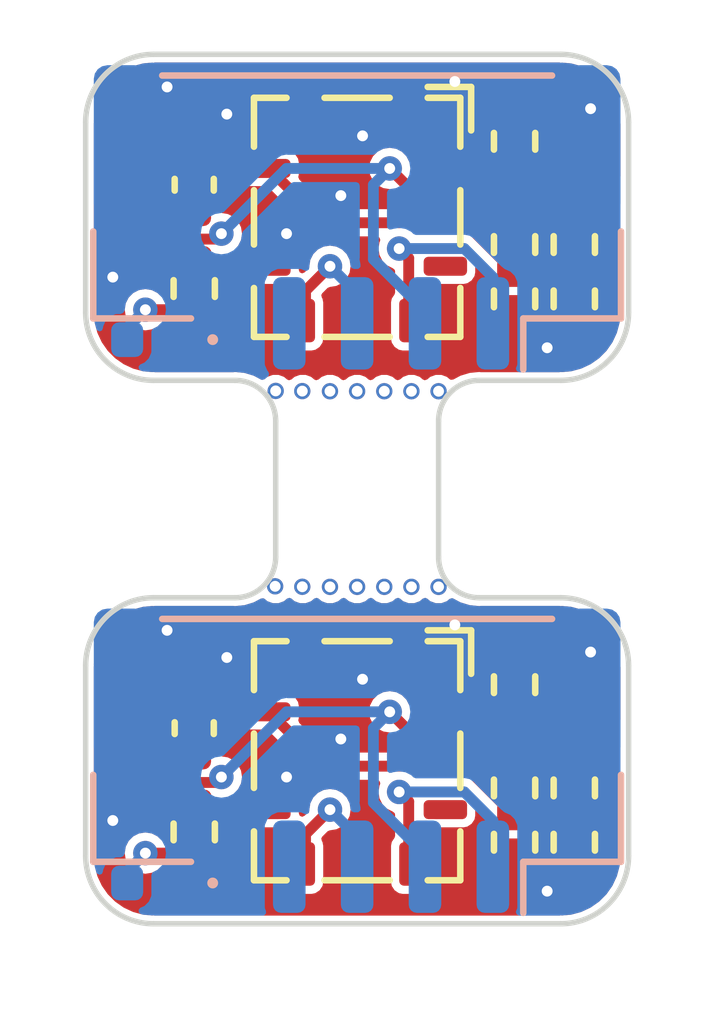
<source format=kicad_pcb>
(kicad_pcb (version 20211014) (generator pcbnew)
  (layers (0 "F.Cu" signal) (31 "B.Cu" signal) (34 "B.Paste" user) (35 "F.Paste" user) (36 "B.SilkS" user "B.Silkscreen") (37 "F.SilkS" user "F.Silkscreen") (38 "B.Mask" user) (39 "F.Mask" user) (44 "Edge.Cuts" user))
  (net 0 "")
  (net 1 "+5V")
  (net 2 "GND")
  (net 3 "Net-(D101-Pad2)")
  (net 4 "Net-(J101-Pad1)")
  (net 5 "Net-(J101-Pad3)")
  (net 7 "Net-(R101-Pad2)")
  (net 8 "/SEL_2X")
  (net 9 "/SEL_4X")
  (footprint "Resistor_SMD:R_0402_1005Metric" (layer "F.Cu") (at 154 99.5 -90)
    (fp_text reference "R102" hide)
    (fp_text value "DNP")
    (fp_line (start -0.153641 -0.38) (end 0.153641 -0.38) (layer "F.SilkS") (width 0.12))
    (fp_line (start -0.153641 0.38) (end 0.153641 0.38) (layer "F.SilkS") (width 0.12))
    (pad "1" smd roundrect locked (at -0.51 0 270) (size 0.54 0.64) (layers "F.Cu" "F.Paste" "F.Mask") (net 1 "+5V"))
    (pad "2" smd roundrect locked (at 0.51 0 270) (size 0.54 0.64) (layers "F.Cu" "F.Paste" "F.Mask") (net 8 "/SEL_2X"))
  )
  (footprint "Resistor_SMD:R_0402_1005Metric" (layer "F.Cu") (at 152.9 100.5 -90)
    (fp_text reference "R105" hide)
    (fp_text value "DNP")
    (fp_line (start -0.153641 0.38) (end 0.153641 0.38) (layer "F.SilkS") (width 0.12))
    (fp_line (start -0.153641 -0.38) (end 0.153641 -0.38) (layer "F.SilkS") (width 0.12))
    (pad "1" smd roundrect locked (at -0.51 0 270) (size 0.54 0.64) (layers "F.Cu" "F.Paste" "F.Mask") (net 9 "/SEL_4X"))
    (pad "2" smd roundrect locked (at 0.51 0 270) (size 0.54 0.64) (layers "F.Cu" "F.Paste" "F.Mask") (net 2 "GND"))
  )
  (footprint "Resistor_SMD:R_0402_1005Metric" (layer "F.Cu") (at 147 100.31 -90)
    (fp_text reference "R106" hide)
    (fp_text value "1k")
    (fp_line (start -0.153641 -0.38) (end 0.153641 -0.38) (layer "F.SilkS") (width 0.12))
    (fp_line (start -0.153641 0.38) (end 0.153641 0.38) (layer "F.SilkS") (width 0.12))
    (pad "1" smd roundrect locked (at -0.51 0 270) (size 0.54 0.64) (layers "F.Cu" "F.Paste" "F.Mask") (net 1 "+5V"))
    (pad "2" smd roundrect locked (at 0.51 0 270) (size 0.54 0.64) (layers "F.Cu" "F.Paste" "F.Mask") (net 3 "Net-(D101-Pad2)"))
  )
  (footprint "Resistor_SMD:R_0402_1005Metric" (layer "F.Cu") (at 154 109.5 -90)
    (fp_text reference "R102" hide)
    (fp_text value "DNP")
    (fp_line (start -0.153641 -0.38) (end 0.153641 -0.38) (layer "F.SilkS") (width 0.12))
    (fp_line (start -0.153641 0.38) (end 0.153641 0.38) (layer "F.SilkS") (width 0.12))
    (pad "1" smd roundrect locked (at -0.51 0 270) (size 0.54 0.64) (layers "F.Cu" "F.Paste" "F.Mask") (net 1 "+5V"))
    (pad "2" smd roundrect locked (at 0.51 0 270) (size 0.54 0.64) (layers "F.Cu" "F.Paste" "F.Mask") (net 8 "/SEL_2X"))
  )
  (footprint "AEDR-8600:AEDR-8600" (layer "F.Cu") (at 150 109)
    (fp_text reference "U101" hide)
    (fp_text value "AEDR-8600-100")
    (fp_line (start -1.9 0.5) (end -1.9 -0.5) (layer "F.SilkS") (width 0.12))
    (fp_line (start -0.6 -2.2) (end 0.6 -2.2) (layer "F.SilkS") (width 0.12))
    (fp_line (start 1.3 -2.4) (end 2.1 -2.4) (layer "F.SilkS") (width 0.12))
    (fp_line (start 1.9 2.2) (end 1.3 2.2) (layer "F.SilkS") (width 0.12))
    (fp_line (start 1.9 1.3) (end 1.9 2.2) (layer "F.SilkS") (width 0.12))
    (fp_line (start 1.9 -0.5) (end 1.9 0.5) (layer "F.SilkS") (width 0.12))
    (fp_line (start -1.3 2.2) (end -1.9 2.2) (layer "F.SilkS") (width 0.12))
    (fp_line (start -1.9 -1.3) (end -1.9 -2.2) (layer "F.SilkS") (width 0.12))
    (fp_line (start 2.1 -2.4) (end 2.1 -1.6) (layer "F.SilkS") (width 0.12))
    (fp_line (start 0.6 2.2) (end -0.6 2.2) (layer "F.SilkS") (width 0.12))
    (fp_line (start 1.9 -2.2) (end 1.9 -1.3) (layer "F.SilkS") (width 0.12))
    (fp_line (start -1.9 -2.2) (end -1.3 -2.2) (layer "F.SilkS") (width 0.12))
    (fp_line (start -1.9 2.2) (end -1.9 1.3) (layer "F.SilkS") (width 0.12))
    (fp_line (start 1.3 -2.2) (end 1.9 -2.2) (layer "F.SilkS") (width 0.12))
    (pad "1" smd roundrect (at 0.95 -1.9) (size 0.35 0.8) (layers "F.Cu" "F.Paste" "F.Mask") (net 7 "Net-(R101-Pad2)"))
    (pad "2" smd roundrect (at 1.625 -0.9) (size 0.8 0.35) (layers "F.Cu" "F.Paste" "F.Mask") (net 8 "/SEL_2X"))
    (pad "3" smd roundrect (at 1.625 0.9) (size 0.8 0.35) (layers "F.Cu" "F.Paste" "F.Mask"))
    (pad "4" smd roundrect (at 0.95 1.9) (size 0.35 0.8) (layers "F.Cu" "F.Paste" "F.Mask") (net 4 "Net-(J101-Pad1)"))
    (pad "5" smd roundrect (at -0.95 1.9) (size 0.35 0.8) (layers "F.Cu" "F.Paste" "F.Mask") (net 5 "Net-(J101-Pad3)"))
    (pad "6" smd roundrect (at -1.625 0.9) (size 0.8 0.35) (layers "F.Cu" "F.Paste" "F.Mask") (net 1 "+5V"))
    (pad "7" smd roundrect (at -1.625 -0.9) (size 0.8 0.35) (layers "F.Cu" "F.Paste" "F.Mask") (net 9 "/SEL_4X"))
    (pad "8" smd roundrect (at -0.95 -1.9) (size 0.35 0.8) (layers "F.Cu" "F.Paste" "F.Mask") (net 2 "GND"))
  )
  (footprint "Resistor_SMD:R_0402_1005Metric" (layer "F.Cu") (at 154 100.5 -90)
    (fp_text reference "R103" hide)
    (fp_text value "0")
    (fp_line (start -0.153641 0.38) (end 0.153641 0.38) (layer "F.SilkS") (width 0.12))
    (fp_line (start -0.153641 -0.38) (end 0.153641 -0.38) (layer "F.SilkS") (width 0.12))
    (pad "1" smd roundrect locked (at -0.51 0 270) (size 0.54 0.64) (layers "F.Cu" "F.Paste" "F.Mask") (net 8 "/SEL_2X"))
    (pad "2" smd roundrect locked (at 0.51 0 270) (size 0.54 0.64) (layers "F.Cu" "F.Paste" "F.Mask") (net 2 "GND"))
  )
  (footprint "Capacitor_SMD:C_0402_1005Metric" (layer "F.Cu") (at 147 108.4 90)
    (fp_text reference "C101" hide)
    (fp_text value "1u")
    (fp_line (start -0.107836 -0.36) (end 0.107836 -0.36) (layer "F.SilkS") (width 0.12))
    (fp_line (start -0.107836 0.36) (end 0.107836 0.36) (layer "F.SilkS") (width 0.12))
    (pad "1" smd roundrect locked (at -0.48 0 90) (size 0.56 0.62) (layers "F.Cu" "F.Paste" "F.Mask") (net 1 "+5V"))
    (pad "2" smd roundrect locked (at 0.48 0 90) (size 0.56 0.62) (layers "F.Cu" "F.Paste" "F.Mask") (net 2 "GND"))
  )
  (footprint "Resistor_SMD:R_0402_1005Metric" (layer "F.Cu") (at 152.9 99.5 -90)
    (fp_text reference "R104" hide)
    (fp_text value "0")
    (fp_line (start -0.153641 0.38) (end 0.153641 0.38) (layer "F.SilkS") (width 0.12))
    (fp_line (start -0.153641 -0.38) (end 0.153641 -0.38) (layer "F.SilkS") (width 0.12))
    (pad "1" smd roundrect locked (at -0.51 0 270) (size 0.54 0.64) (layers "F.Cu" "F.Paste" "F.Mask") (net 1 "+5V"))
    (pad "2" smd roundrect locked (at 0.51 0 270) (size 0.54 0.64) (layers "F.Cu" "F.Paste" "F.Mask") (net 9 "/SEL_4X"))
  )
  (footprint "Resistor_SMD:R_0402_1005Metric" (layer "F.Cu") (at 152.9 107.6 90)
    (fp_text reference "R101" hide)
    (fp_text value "180")
    (fp_line (start -0.153641 0.38) (end 0.153641 0.38) (layer "F.SilkS") (width 0.12))
    (fp_line (start -0.153641 -0.38) (end 0.153641 -0.38) (layer "F.SilkS") (width 0.12))
    (pad "1" smd roundrect locked (at -0.51 0 90) (size 0.54 0.64) (layers "F.Cu" "F.Paste" "F.Mask") (net 1 "+5V"))
    (pad "2" smd roundrect locked (at 0.51 0 90) (size 0.54 0.64) (layers "F.Cu" "F.Paste" "F.Mask") (net 7 "Net-(R101-Pad2)"))
  )
  (footprint "AEDR-8600:AEDR-8600" (layer "F.Cu") (at 150 99)
    (fp_text reference "U101" hide)
    (fp_text value "AEDR-8600-100")
    (fp_line (start -1.9 0.5) (end -1.9 -0.5) (layer "F.SilkS") (width 0.12))
    (fp_line (start -0.6 -2.2) (end 0.6 -2.2) (layer "F.SilkS") (width 0.12))
    (fp_line (start 1.3 -2.4) (end 2.1 -2.4) (layer "F.SilkS") (width 0.12))
    (fp_line (start 1.9 2.2) (end 1.3 2.2) (layer "F.SilkS") (width 0.12))
    (fp_line (start 1.9 1.3) (end 1.9 2.2) (layer "F.SilkS") (width 0.12))
    (fp_line (start 1.9 -0.5) (end 1.9 0.5) (layer "F.SilkS") (width 0.12))
    (fp_line (start -1.3 2.2) (end -1.9 2.2) (layer "F.SilkS") (width 0.12))
    (fp_line (start -1.9 -1.3) (end -1.9 -2.2) (layer "F.SilkS") (width 0.12))
    (fp_line (start 2.1 -2.4) (end 2.1 -1.6) (layer "F.SilkS") (width 0.12))
    (fp_line (start 0.6 2.2) (end -0.6 2.2) (layer "F.SilkS") (width 0.12))
    (fp_line (start 1.9 -2.2) (end 1.9 -1.3) (layer "F.SilkS") (width 0.12))
    (fp_line (start -1.9 -2.2) (end -1.3 -2.2) (layer "F.SilkS") (width 0.12))
    (fp_line (start -1.9 2.2) (end -1.9 1.3) (layer "F.SilkS") (width 0.12))
    (fp_line (start 1.3 -2.2) (end 1.9 -2.2) (layer "F.SilkS") (width 0.12))
    (pad "1" smd roundrect (at 0.95 -1.9) (size 0.35 0.8) (layers "F.Cu" "F.Paste" "F.Mask") (net 7 "Net-(R101-Pad2)"))
    (pad "2" smd roundrect (at 1.625 -0.9) (size 0.8 0.35) (layers "F.Cu" "F.Paste" "F.Mask") (net 8 "/SEL_2X"))
    (pad "3" smd roundrect (at 1.625 0.9) (size 0.8 0.35) (layers "F.Cu" "F.Paste" "F.Mask"))
    (pad "4" smd roundrect (at 0.95 1.9) (size 0.35 0.8) (layers "F.Cu" "F.Paste" "F.Mask") (net 4 "Net-(J101-Pad1)"))
    (pad "5" smd roundrect (at -0.95 1.9) (size 0.35 0.8) (layers "F.Cu" "F.Paste" "F.Mask") (net 5 "Net-(J101-Pad3)"))
    (pad "6" smd roundrect (at -1.625 0.9) (size 0.8 0.35) (layers "F.Cu" "F.Paste" "F.Mask") (net 1 "+5V"))
    (pad "7" smd roundrect (at -1.625 -0.9) (size 0.8 0.35) (layers "F.Cu" "F.Paste" "F.Mask") (net 9 "/SEL_4X"))
    (pad "8" smd roundrect (at -0.95 -1.9) (size 0.35 0.8) (layers "F.Cu" "F.Paste" "F.Mask") (net 2 "GND"))
  )
  (footprint "Capacitor_SMD:C_0402_1005Metric" (layer "F.Cu") (at 147 98.4 90)
    (fp_text reference "C101" hide)
    (fp_text value "1u")
    (fp_line (start -0.107836 -0.36) (end 0.107836 -0.36) (layer "F.SilkS") (width 0.12))
    (fp_line (start -0.107836 0.36) (end 0.107836 0.36) (layer "F.SilkS") (width 0.12))
    (pad "1" smd roundrect locked (at -0.48 0 90) (size 0.56 0.62) (layers "F.Cu" "F.Paste" "F.Mask") (net 1 "+5V"))
    (pad "2" smd roundrect locked (at 0.48 0 90) (size 0.56 0.62) (layers "F.Cu" "F.Paste" "F.Mask") (net 2 "GND"))
  )
  (footprint "Resistor_SMD:R_0402_1005Metric" (layer "F.Cu") (at 154 110.5 -90)
    (fp_text reference "R103" hide)
    (fp_text value "0")
    (fp_line (start -0.153641 0.38) (end 0.153641 0.38) (layer "F.SilkS") (width 0.12))
    (fp_line (start -0.153641 -0.38) (end 0.153641 -0.38) (layer "F.SilkS") (width 0.12))
    (pad "1" smd roundrect locked (at -0.51 0 270) (size 0.54 0.64) (layers "F.Cu" "F.Paste" "F.Mask") (net 8 "/SEL_2X"))
    (pad "2" smd roundrect locked (at 0.51 0 270) (size 0.54 0.64) (layers "F.Cu" "F.Paste" "F.Mask") (net 2 "GND"))
  )
  (footprint "Resistor_SMD:R_0402_1005Metric" (layer "F.Cu") (at 152.9 97.6 90)
    (fp_text reference "R101" hide)
    (fp_text value "180")
    (fp_line (start -0.153641 0.38) (end 0.153641 0.38) (layer "F.SilkS") (width 0.12))
    (fp_line (start -0.153641 -0.38) (end 0.153641 -0.38) (layer "F.SilkS") (width 0.12))
    (pad "1" smd roundrect locked (at -0.51 0 90) (size 0.54 0.64) (layers "F.Cu" "F.Paste" "F.Mask") (net 1 "+5V"))
    (pad "2" smd roundrect locked (at 0.51 0 90) (size 0.54 0.64) (layers "F.Cu" "F.Paste" "F.Mask") (net 7 "Net-(R101-Pad2)"))
  )
  (footprint "Resistor_SMD:R_0402_1005Metric" (layer "F.Cu") (at 152.9 109.5 -90)
    (fp_text reference "R104" hide)
    (fp_text value "0")
    (fp_line (start -0.153641 0.38) (end 0.153641 0.38) (layer "F.SilkS") (width 0.12))
    (fp_line (start -0.153641 -0.38) (end 0.153641 -0.38) (layer "F.SilkS") (width 0.12))
    (pad "1" smd roundrect locked (at -0.51 0 270) (size 0.54 0.64) (layers "F.Cu" "F.Paste" "F.Mask") (net 1 "+5V"))
    (pad "2" smd roundrect locked (at 0.51 0 270) (size 0.54 0.64) (layers "F.Cu" "F.Paste" "F.Mask") (net 9 "/SEL_4X"))
  )
  (footprint "Resistor_SMD:R_0402_1005Metric" (layer "F.Cu") (at 147 110.31 -90)
    (fp_text reference "R106" hide)
    (fp_text value "1k")
    (fp_line (start -0.153641 -0.38) (end 0.153641 -0.38) (layer "F.SilkS") (width 0.12))
    (fp_line (start -0.153641 0.38) (end 0.153641 0.38) (layer "F.SilkS") (width 0.12))
    (pad "1" smd roundrect locked (at -0.51 0 270) (size 0.54 0.64) (layers "F.Cu" "F.Paste" "F.Mask") (net 1 "+5V"))
    (pad "2" smd roundrect locked (at 0.51 0 270) (size 0.54 0.64) (layers "F.Cu" "F.Paste" "F.Mask") (net 3 "Net-(D101-Pad2)"))
  )
  (footprint "Resistor_SMD:R_0402_1005Metric" (layer "F.Cu") (at 152.9 110.5 -90)
    (fp_text reference "R105" hide)
    (fp_text value "DNP")
    (fp_line (start -0.153641 0.38) (end 0.153641 0.38) (layer "F.SilkS") (width 0.12))
    (fp_line (start -0.153641 -0.38) (end 0.153641 -0.38) (layer "F.SilkS") (width 0.12))
    (pad "1" smd roundrect locked (at -0.51 0 270) (size 0.54 0.64) (layers "F.Cu" "F.Paste" "F.Mask") (net 9 "/SEL_4X"))
    (pad "2" smd roundrect locked (at 0.51 0 270) (size 0.54 0.64) (layers "F.Cu" "F.Paste" "F.Mask") (net 2 "GND"))
  )
  (footprint "LED_SMD:LED_0402_1005Metric" (layer "B.Cu") (at 146.25 111.25 180)
    (fp_text reference "D101" hide)
    (fp_text value "blue")
    (fp_circle (center -1.09 0) (end -1.04 0) (layer "B.SilkS") (width 0.1) (fill none))
    (pad "1" smd roundrect locked (at -0.485 0 180) (size 0.59 0.64) (layers "B.Cu" "B.Paste" "B.Mask") (net 2 "GND"))
    (pad "2" smd roundrect locked (at 0.485 0 180) (size 0.59 0.64) (layers "B.Cu" "B.Paste" "B.Mask") (net 3 "Net-(D101-Pad2)"))
  )
  (footprint "Connector_JST:JST_GH_BM05B-GHS-TBT_1x05-1MP_P1.25mm_Vertical" (layer "B.Cu") (at 150 109 180)
    (fp_text reference "J101" hide)
    (fp_text value "BM05B-GHS")
    (fp_line (start -4.86 -0.26) (end -4.86 -1.86) (layer "B.SilkS") (width 0.12))
    (fp_line (start -3.59 2.61) (end 3.59 2.61) (layer "B.SilkS") (width 0.12))
    (fp_line (start 4.86 -0.26) (end 4.86 -1.86) (layer "B.SilkS") (width 0.12))
    (fp_line (start -4.86 -1.86) (end -3.06 -1.86) (layer "B.SilkS") (width 0.12))
    (fp_line (start -3.06 -1.86) (end -3.06 -2.8) (layer "B.SilkS") (width 0.12))
    (fp_line (start 4.86 -1.86) (end 3.06 -1.86) (layer "B.SilkS") (width 0.12))
    (pad "1" smd roundrect locked (at -2.5 -1.95 180) (size 0.6 1.7) (layers "B.Cu" "B.Paste" "B.Mask") (net 4 "Net-(J101-Pad1)"))
    (pad "2" smd roundrect locked (at -1.25 -1.95 180) (size 0.6 1.7) (layers "B.Cu" "B.Paste" "B.Mask") (net 1 "+5V"))
    (pad "3" smd roundrect locked (at 0 -1.95 180) (size 0.6 1.7) (layers "B.Cu" "B.Paste" "B.Mask") (net 5 "Net-(J101-Pad3)"))
    (pad "4" smd roundrect locked (at 1.25 -1.95 180) (size 0.6 1.7) (layers "B.Cu" "B.Paste" "B.Mask"))
    (pad "5" smd roundrect locked (at 2.5 -1.95 180) (size 0.6 1.7) (layers "B.Cu" "B.Paste" "B.Mask") (net 2 "GND"))
    (pad "MP" smd roundrect locked (at 4.35 1.4 180) (size 1 2.8) (layers "B.Cu" "B.Paste" "B.Mask") (net 2 "GND"))
    (pad "MP" smd roundrect locked (at -4.35 1.4 180) (size 1 2.8) (layers "B.Cu" "B.Paste" "B.Mask") (net 2 "GND"))
  )
  (footprint "Connector_JST:JST_GH_BM05B-GHS-TBT_1x05-1MP_P1.25mm_Vertical" (layer "B.Cu") (at 150 99 180)
    (fp_text reference "J101" hide)
    (fp_text value "BM05B-GHS")
    (fp_line (start -4.86 -0.26) (end -4.86 -1.86) (layer "B.SilkS") (width 0.12))
    (fp_line (start -3.59 2.61) (end 3.59 2.61) (layer "B.SilkS") (width 0.12))
    (fp_line (start 4.86 -0.26) (end 4.86 -1.86) (layer "B.SilkS") (width 0.12))
    (fp_line (start -4.86 -1.86) (end -3.06 -1.86) (layer "B.SilkS") (width 0.12))
    (fp_line (start -3.06 -1.86) (end -3.06 -2.8) (layer "B.SilkS") (width 0.12))
    (fp_line (start 4.86 -1.86) (end 3.06 -1.86) (layer "B.SilkS") (width 0.12))
    (pad "1" smd roundrect locked (at -2.5 -1.95 180) (size 0.6 1.7) (layers "B.Cu" "B.Paste" "B.Mask") (net 4 "Net-(J101-Pad1)"))
    (pad "2" smd roundrect locked (at -1.25 -1.95 180) (size 0.6 1.7) (layers "B.Cu" "B.Paste" "B.Mask") (net 1 "+5V"))
    (pad "3" smd roundrect locked (at 0 -1.95 180) (size 0.6 1.7) (layers "B.Cu" "B.Paste" "B.Mask") (net 5 "Net-(J101-Pad3)"))
    (pad "4" smd roundrect locked (at 1.25 -1.95 180) (size 0.6 1.7) (layers "B.Cu" "B.Paste" "B.Mask"))
    (pad "5" smd roundrect locked (at 2.5 -1.95 180) (size 0.6 1.7) (layers "B.Cu" "B.Paste" "B.Mask") (net 2 "GND"))
    (pad "MP" smd roundrect locked (at 4.35 1.4 180) (size 1 2.8) (layers "B.Cu" "B.Paste" "B.Mask") (net 2 "GND"))
    (pad "MP" smd roundrect locked (at -4.35 1.4 180) (size 1 2.8) (layers "B.Cu" "B.Paste" "B.Mask") (net 2 "GND"))
  )
  (footprint "LED_SMD:LED_0402_1005Metric" (layer "B.Cu") (at 146.25 101.25 180)
    (fp_text reference "D101" hide)
    (fp_text value "blue")
    (fp_circle (center -1.09 0) (end -1.04 0) (layer "B.SilkS") (width 0.1) (fill none))
    (pad "1" smd roundrect locked (at -0.485 0 180) (size 0.59 0.64) (layers "B.Cu" "B.Paste" "B.Mask") (net 2 "GND"))
    (pad "2" smd roundrect locked (at 0.485 0 180) (size 0.59 0.64) (layers "B.Cu" "B.Paste" "B.Mask") (net 3 "Net-(D101-Pad2)"))
  )
  (gr_arc (start 146.25 112) (mid 145.366117 111.633883) (end 145 110.75) (layer "Edge.Cuts") (width 0.1))
  (gr_arc (start 148.5 105.25) (mid 148.28033 105.78033) (end 147.75 106) (layer "Edge.Cuts") (width 0.1))
  (gr_line (start 152.25 102) (end 153.75 102) (layer "Edge.Cuts") (width 0.1))
  (gr_arc (start 151.5 102.75) (mid 151.71967 102.21967) (end 152.25 102) (layer "Edge.Cuts") (width 0.1))
  (gr_line (start 153.75 112) (end 146.25 112) (layer "Edge.Cuts") (width 0.1))
  (gr_line (start 147.75 102) (end 146.25 102) (layer "Edge.Cuts") (width 0.1))
  (gr_line (start 153.75 106) (end 152.25 106) (layer "Edge.Cuts") (width 0.1))
  (gr_arc (start 145 107.25) (mid 145.366117 106.366117) (end 146.25 106) (layer "Edge.Cuts") (width 0.1))
  (gr_line (start 145 100.75) (end 145 97.25) (layer "Edge.Cuts") (width 0.1))
  (gr_line (start 146.25 106) (end 147.75 106) (layer "Edge.Cuts") (width 0.1))
  (gr_arc (start 153.75 96) (mid 154.633883 96.366117) (end 155 97.25) (layer "Edge.Cuts") (width 0.1))
  (gr_line (start 145 110.75) (end 145 107.25) (layer "Edge.Cuts") (width 0.1))
  (gr_arc (start 153.75 106) (mid 154.633883 106.366117) (end 155 107.25) (layer "Edge.Cuts") (width 0.1))
  (gr_line (start 148.5 105.25) (end 148.5 102.75) (layer "Edge.Cuts") (width 0.1))
  (gr_arc (start 155 100.75) (mid 154.633883 101.633883) (end 153.75 102) (layer "Edge.Cuts") (width 0.1))
  (gr_arc (start 155 110.75) (mid 154.633883 111.633883) (end 153.75 112) (layer "Edge.Cuts") (width 0.1))
  (gr_arc (start 147.75 102) (mid 148.28033 102.21967) (end 148.5 102.75) (layer "Edge.Cuts") (width 0.1))
  (gr_line (start 151.5 105.25) (end 151.5 102.75) (layer "Edge.Cuts") (width 0.1))
  (gr_arc (start 146.25 102) (mid 145.366117 101.633883) (end 145 100.75) (layer "Edge.Cuts") (width 0.1))
  (gr_arc (start 145 97.25) (mid 145.366117 96.366117) (end 146.25 96) (layer "Edge.Cuts") (width 0.1))
  (gr_arc (start 152.25 106) (mid 151.71967 105.78033) (end 151.5 105.25) (layer "Edge.Cuts") (width 0.1))
  (gr_line (start 146.25 96) (end 153.75 96) (layer "Edge.Cuts") (width 0.1))
  (gr_line (start 155 107.25) (end 155 110.75) (layer "Edge.Cuts") (width 0.1))
  (gr_line (start 155 97.25) (end 155 100.75) (layer "Edge.Cuts") (width 0.1))
  (via (at 151 105.8) (size 0.3) (drill 0.2) (layers "F.Cu" "B.Cu") (net 0))
  (via (at 150 102.2) (size 0.3) (drill 0.2) (layers "F.Cu" "B.Cu") (net 0))
  (via (at 149.5 105.8) (size 0.3) (drill 0.2) (layers "F.Cu" "B.Cu") (net 0))
  (via (at 151 102.2) (size 0.3) (drill 0.2) (layers "F.Cu" "B.Cu") (net 0))
  (via (at 149.5 102.2) (size 0.3) (drill 0.2) (layers "F.Cu" "B.Cu") (net 0))
  (via (at 150.5 105.8) (size 0.3) (drill 0.2) (layers "F.Cu" "B.Cu") (net 0))
  (via (at 151.5 102.2) (size 0.3) (drill 0.2) (layers "F.Cu" "B.Cu") (net 0))
  (via (at 148.49 105.79) (size 0.3) (drill 0.2) (layers "F.Cu" "B.Cu") (net 0))
  (via (at 151.5 105.8) (size 0.3) (drill 0.2) (layers "F.Cu" "B.Cu") (net 0))
  (via (at 148.5 102.193998) (size 0.3) (drill 0.2) (layers "F.Cu" "B.Cu") (net 0))
  (via (at 150 105.8) (size 0.3) (drill 0.2) (layers "F.Cu" "B.Cu") (net 0))
  (via (at 148.99 102.197542) (size 0.3) (drill 0.2) (layers "F.Cu" "B.Cu") (net 0))
  (via (at 150.5 102.2) (size 0.3) (drill 0.2) (layers "F.Cu" "B.Cu") (net 0))
  (via (at 148.99 105.798476) (size 0.3) (drill 0.2) (layers "F.Cu" "B.Cu") (net 0))
  (segment (start 151.156616 108.568236) (end 151.28838 108.7) (width 0.2) (layer "F.Cu") (net 1))
  (segment (start 151.28838 98.7) (end 152.61 98.7) (width 0.2) (layer "F.Cu") (net 1))
  (segment (start 147 108.88) (end 147 109.4) (width 0.2) (layer "F.Cu") (net 1))
  (segment (start 151.068235 98.568235) (end 151.156616 98.568236) (width 0.2) (layer "F.Cu") (net 1))
  (segment (start 148.375 99.9) (end 147.1 99.9) (width 0.2) (layer "F.Cu") (net 1))
  (segment (start 147.4 99.4) (end 147.5 99.3) (width 0.2) (layer "F.Cu") (net 1))
  (segment (start 147.1 109.9) (end 147 109.8) (width 0.2) (layer "F.Cu") (net 1))
  (segment (start 152.61 98.7) (end 152.9 98.99) (width 0.2) (layer "F.Cu") (net 1))
  (segment (start 150.6 108.1) (end 151.068235 108.568235) (width 0.2) (layer "F.Cu") (net 1))
  (segment (start 150.6 98.1) (end 151.068235 98.568235) (width 0.2) (layer "F.Cu") (net 1))
  (segment (start 147 98.88) (end 147 99.4) (width 0.2) (layer "F.Cu") (net 1))
  (segment (start 148.375 109.9) (end 147.1 109.9) (width 0.2) (layer "F.Cu") (net 1))
  (segment (start 147 99.4) (end 147 99.8) (width 0.2) (layer "F.Cu") (net 1))
  (segment (start 152.61 108.7) (end 152.9 108.99) (width 0.2) (layer "F.Cu") (net 1))
  (segment (start 147 109.4) (end 147 109.8) (width 0.2) (layer "F.Cu") (net 1))
  (segment (start 151.156616 98.568236) (end 151.28838 98.7) (width 0.2) (layer "F.Cu") (net 1))
  (segment (start 154 108.99) (end 152.9 108.99) (width 0.2) (layer "F.Cu") (net 1))
  (segment (start 154 98.99) (end 152.9 98.99) (width 0.2) (layer "F.Cu") (net 1))
  (segment (start 152.9 108.11) (end 152.9 108.99) (width 0.2) (layer "F.Cu") (net 1))
  (segment (start 147 109.4) (end 147.4 109.4) (width 0.2) (layer "F.Cu") (net 1))
  (segment (start 147.1 99.9) (end 147 99.8) (width 0.2) (layer "F.Cu") (net 1))
  (segment (start 151.068235 108.568235) (end 151.156616 108.568236) (width 0.2) (layer "F.Cu") (net 1))
  (segment (start 151.28838 108.7) (end 152.61 108.7) (width 0.2) (layer "F.Cu") (net 1))
  (segment (start 147 99.4) (end 147.4 99.4) (width 0.2) (layer "F.Cu") (net 1))
  (segment (start 147.4 109.4) (end 147.5 109.3) (width 0.2) (layer "F.Cu") (net 1))
  (segment (start 152.9 98.11) (end 152.9 98.99) (width 0.2) (layer "F.Cu") (net 1))
  (via (at 150.6 108.1) (size 0.45) (drill 0.2) (layers "F.Cu" "B.Cu") (net 1))
  (via (at 147.5 109.3) (size 0.45) (drill 0.2) (layers "F.Cu" "B.Cu") (net 1))
  (via (at 147.5 99.3) (size 0.45) (drill 0.2) (layers "F.Cu" "B.Cu") (net 1))
  (via (at 150.6 98.1) (size 0.45) (drill 0.2) (layers "F.Cu" "B.Cu") (net 1))
  (segment (start 151.25 110.721672) (end 151.25 110.95) (width 0.2) (layer "B.Cu") (net 1))
  (segment (start 148.7 98.1) (end 150.6 98.1) (width 0.2) (layer "B.Cu") (net 1))
  (segment (start 150.299374 109.771046) (end 151.25 110.721672) (width 0.2) (layer "B.Cu") (net 1))
  (segment (start 150.299374 98.400626) (end 150.299374 99.771046) (width 0.2) (layer "B.Cu") (net 1))
  (segment (start 150.6 108.1) (end 150.299374 108.400626) (width 0.2) (layer "B.Cu") (net 1))
  (segment (start 150.299374 99.771046) (end 151.25 100.721672) (width 0.2) (layer "B.Cu") (net 1))
  (segment (start 151.25 100.721672) (end 151.25 100.95) (width 0.2) (layer "B.Cu") (net 1))
  (segment (start 150.299374 108.400626) (end 150.299374 109.771046) (width 0.2) (layer "B.Cu") (net 1))
  (segment (start 148.7 108.1) (end 150.6 108.1) (width 0.2) (layer "B.Cu") (net 1))
  (segment (start 147.5 99.3) (end 148.7 98.1) (width 0.2) (layer "B.Cu") (net 1))
  (segment (start 147.5 109.3) (end 148.7 108.1) (width 0.2) (layer "B.Cu") (net 1))
  (segment (start 150.6 98.1) (end 150.299374 98.400626) (width 0.2) (layer "B.Cu") (net 1))
  (segment (start 149.05 107.1) (end 147.6 107.1) (width 0.2) (layer "F.Cu") (net 2))
  (segment (start 147 97.92) (end 147 97.7) (width 0.2) (layer "F.Cu") (net 2))
  (segment (start 147 107.7) (end 147.6 107.1) (width 0.2) (layer "F.Cu") (net 2))
  (segment (start 153.49 111.01) (end 153.49 111.39) (width 0.2) (layer "F.Cu") (net 2))
  (segment (start 153.49 101.01) (end 153.49 101.39) (width 0.2) (layer "F.Cu") (net 2))
  (segment (start 147 107.92) (end 147 107.7) (width 0.2) (layer "F.Cu") (net 2))
  (segment (start 153.49 111.01) (end 152.9 111.01) (width 0.2) (layer "F.Cu") (net 2))
  (segment (start 147 97.7) (end 147.6 97.1) (width 0.2) (layer "F.Cu") (net 2))
  (segment (start 153.49 101.01) (end 152.9 101.01) (width 0.2) (layer "F.Cu") (net 2))
  (segment (start 149.05 97.1) (end 147.6 97.1) (width 0.2) (layer "F.Cu") (net 2))
  (segment (start 154 101.01) (end 153.49 101.01) (width 0.2) (layer "F.Cu") (net 2))
  (segment (start 153.49 111.39) (end 153.5 111.4) (width 0.2) (layer "F.Cu") (net 2))
  (segment (start 154 111.01) (end 153.49 111.01) (width 0.2) (layer "F.Cu") (net 2))
  (segment (start 153.49 101.39) (end 153.5 101.4) (width 0.2) (layer "F.Cu") (net 2))
  (via (at 146.5 106.6) (size 0.45) (drill 0.2) (layers "F.Cu" "B.Cu") (net 2))
  (via (at 147.6 97.1) (size 0.45) (drill 0.2) (layers "F.Cu" "B.Cu") (net 2))
  (via (at 147.6 107.1) (size 0.45) (drill 0.2) (layers "F.Cu" "B.Cu") (net 2))
  (via (at 145.5 100.1) (size 0.45) (drill 0.2) (layers "F.Cu" "B.Cu") (net 2))
  (via (at 153.5 111.4) (size 0.45) (drill 0.2) (layers "F.Cu" "B.Cu") (net 2))
  (via (at 154.3 97) (size 0.45) (drill 0.2) (layers "F.Cu" "B.Cu") (net 2))
  (via (at 149.7 98.6) (size 0.45) (drill 0.2) (layers "F.Cu" "B.Cu") (net 2))
  (via (at 151.8 106.5) (size 0.45) (drill 0.2) (layers "F.Cu" "B.Cu") (net 2))
  (via (at 145.5 110.1) (size 0.45) (drill 0.2) (layers "F.Cu" "B.Cu") (net 2))
  (via (at 146.5 96.6) (size 0.45) (drill 0.2) (layers "F.Cu" "B.Cu") (net 2))
  (via (at 148.7 109.3) (size 0.45) (drill 0.2) (layers "F.Cu" "B.Cu") (net 2))
  (via (at 151.8 96.5) (size 0.45) (drill 0.2) (layers "F.Cu" "B.Cu") (net 2))
  (via (at 149.7 108.6) (size 0.45) (drill 0.2) (layers "F.Cu" "B.Cu") (net 2))
  (via (at 148.7 99.3) (size 0.45) (drill 0.2) (layers "F.Cu" "B.Cu") (net 2))
  (via (at 150.1 97.5) (size 0.45) (drill 0.2) (layers "F.Cu" "B.Cu") (net 2))
  (via (at 150.1 107.5) (size 0.45) (drill 0.2) (layers "F.Cu" "B.Cu") (net 2))
  (via (at 154.3 107) (size 0.45) (drill 0.2) (layers "F.Cu" "B.Cu") (net 2))
  (via (at 153.5 101.4) (size 0.45) (drill 0.2) (layers "F.Cu" "B.Cu") (net 2))
  (segment (start 154.35 110.55) (end 154.35 107.6) (width 0.2) (layer "B.Cu") (net 2))
  (segment (start 154.35 100.55) (end 154.35 97.6) (width 0.2) (layer "B.Cu") (net 2))
  (segment (start 146.835 111.25) (end 147.135 110.95) (width 0.2) (layer "B.Cu") (net 2))
  (segment (start 146.15 97.1) (end 145.65 97.6) (width 0.2) (layer "B.Cu") (net 2))
  (segment (start 147.5 100.95) (end 146.2 99.65) (width 0.2) (layer "B.Cu") (net 2))
  (segment (start 146.2 99.65) (end 146.2 99.6) (width 0.2) (layer "B.Cu") (net 2))
  (segment (start 153.5 101.4) (end 154.35 100.55) (width 0.2) (layer "B.Cu") (net 2))
  (segment (start 146.2 109.65) (end 146.2 109.6) (width 0.2) (layer "B.Cu") (net 2))
  (segment (start 147.6 107.1) (end 146.15 107.1) (width 0.2) (layer "B.Cu") (net 2))
  (segment (start 153.5 111.4) (end 154.35 110.55) (width 0.2) (layer "B.Cu") (net 2))
  (segment (start 147.5 100.95) (end 147.135 100.95) (width 0.2) (layer "B.Cu") (net 2))
  (segment (start 147.5 110.95) (end 146.2 109.65) (width 0.2) (layer "B.Cu") (net 2))
  (segment (start 153.65 96.9) (end 147.8 96.9) (width 0.2) (layer "B.Cu") (net 2))
  (segment (start 154.35 107.6) (end 153.65 106.9) (width 0.2) (layer "B.Cu") (net 2))
  (segment (start 146.735 101.25) (end 146.835 101.25) (width 0.2) (layer "B.Cu") (net 2))
  (segment (start 147.8 96.9) (end 147.6 97.1) (width 0.2) (layer "B.Cu") (net 2))
  (segment (start 145.65 99.05) (end 145.65 97.6) (width 0.2) (layer "B.Cu") (net 2))
  (segment (start 146.2 109.6) (end 145.65 109.05) (width 0.2) (layer "B.Cu") (net 2))
  (segment (start 145.65 109.05) (end 145.65 107.6) (width 0.2) (layer "B.Cu") (net 2))
  (segment (start 154.35 97.6) (end 153.65 96.9) (width 0.2) (layer "B.Cu") (net 2))
  (segment (start 146.735 111.25) (end 146.835 111.25) (width 0.2) (layer "B.Cu") (net 2))
  (segment (start 146.835 101.25) (end 147.135 100.95) (width 0.2) (layer "B.Cu") (net 2))
  (segment (start 147.8 106.9) (end 147.6 107.1) (width 0.2) (layer "B.Cu") (net 2))
  (segment (start 146.15 107.1) (end 145.65 107.6) (width 0.2) (layer "B.Cu") (net 2))
  (segment (start 146.2 99.6) (end 145.65 99.05) (width 0.2) (layer "B.Cu") (net 2))
  (segment (start 147.5 110.95) (end 147.135 110.95) (width 0.2) (layer "B.Cu") (net 2))
  (segment (start 147.6 97.1) (end 146.15 97.1) (width 0.2) (layer "B.Cu") (net 2))
  (segment (start 153.65 106.9) (end 147.8 106.9) (width 0.2) (layer "B.Cu") (net 2))
  (segment (start 146.88 100.7) (end 147 100.82) (width 0.2) (layer "F.Cu") (net 3))
  (segment (start 146.88 110.7) (end 147 110.82) (width 0.2) (layer "F.Cu") (net 3))
  (segment (start 146.1 100.7) (end 146.88 100.7) (width 0.2) (layer "F.Cu") (net 3))
  (segment (start 146.1 110.7) (end 146.88 110.7) (width 0.2) (layer "F.Cu") (net 3))
  (via (at 146.1 110.7) (size 0.45) (drill 0.2) (layers "F.Cu" "B.Cu") (net 3))
  (via (at 146.1 100.7) (size 0.45) (drill 0.2) (layers "F.Cu" "B.Cu") (net 3))
  (segment (start 145.615 111.185) (end 146.1 110.7) (width 0.2) (layer "B.Cu") (net 3))
  (segment (start 145.615 101.185) (end 146.1 100.7) (width 0.2) (layer "B.Cu") (net 3))
  (segment (start 150.95 100.9) (end 150.95 99.750625) (width 0.2) (layer "F.Cu") (net 4))
  (segment (start 150.95 109.750625) (end 150.773875 109.5745) (width 0.2) (layer "F.Cu") (net 4))
  (segment (start 150.95 110.9) (end 150.95 109.750625) (width 0.2) (layer "F.Cu") (net 4))
  (segment (start 150.95 99.750625) (end 150.773875 99.5745) (width 0.2) (layer "F.Cu") (net 4))
  (via (at 150.773875 99.5745) (size 0.45) (drill 0.2) (layers "F.Cu" "B.Cu") (net 4))
  (via (at 150.773875 109.5745) (size 0.45) (drill 0.2) (layers "F.Cu" "B.Cu") (net 4))
  (segment (start 151.974499 109.5745) (end 150.773875 109.5745) (width 0.2) (layer "B.Cu") (net 4))
  (segment (start 152.5 110.95) (end 152.5 110.100001) (width 0.2) (layer "B.Cu") (net 4))
  (segment (start 151.974499 99.5745) (end 150.773875 99.5745) (width 0.2) (layer "B.Cu") (net 4))
  (segment (start 152.5 100.100001) (end 151.974499 99.5745) (width 0.2) (layer "B.Cu") (net 4))
  (segment (start 152.5 110.100001) (end 151.974499 109.5745) (width 0.2) (layer "B.Cu") (net 4))
  (segment (start 152.5 100.95) (end 152.5 100.100001) (width 0.2) (layer "B.Cu") (net 4))
  (segment (start 149.05 110.35) (end 149.5 109.9) (width 0.2) (layer "F.Cu") (net 5))
  (segment (start 149.05 100.35) (end 149.5 99.9) (width 0.2) (layer "F.Cu") (net 5))
  (segment (start 149.05 110.9) (end 149.05 110.35) (width 0.2) (layer "F.Cu") (net 5))
  (segment (start 149.05 100.9) (end 149.05 100.35) (width 0.2) (layer "F.Cu") (net 5))
  (via (at 149.5 99.9) (size 0.45) (drill 0.2) (layers "F.Cu" "B.Cu") (net 5))
  (via (at 149.5 109.9) (size 0.45) (drill 0.2) (layers "F.Cu" "B.Cu") (net 5))
  (segment (start 150 100.4) (end 149.5 99.9) (width 0.2) (layer "B.Cu") (net 5))
  (segment (start 150 100.95) (end 150 100.4) (width 0.2) (layer "B.Cu") (net 5))
  (segment (start 150 110.4) (end 149.5 109.9) (width 0.2) (layer "B.Cu") (net 5))
  (segment (start 150 110.95) (end 150 110.4) (width 0.2) (layer "B.Cu") (net 5))
  (segment (start 152.9 97.09) (end 150.96 97.09) (width 0.2) (layer "F.Cu") (net 7))
  (segment (start 150.96 107.09) (end 150.95 107.1) (width 0.2) (layer "F.Cu") (net 7))
  (segment (start 152.9 107.09) (end 150.96 107.09) (width 0.2) (layer "F.Cu") (net 7))
  (segment (start 150.96 97.09) (end 150.95 97.1) (width 0.2) (layer "F.Cu") (net 7))
  (segment (start 154 100.01) (end 154 99.99) (width 0.2) (layer "F.Cu") (net 8))
  (segment (start 151.625 108.1) (end 152.125 107.6) (width 0.2) (layer "F.Cu") (net 8))
  (segment (start 154.21 99.99) (end 154.6 99.6) (width 0.2) (layer "F.Cu") (net 8))
  (segment (start 154.61952 109.58048) (end 154.61952 108.51952) (width 0.2) (layer "F.Cu") (net 8))
  (segment (start 154 99.99) (end 154.21 99.99) (width 0.2) (layer "F.Cu") (net 8))
  (segment (start 154.61952 108.51952) (end 154.2 108.1) (width 0.2) (layer "F.Cu") (net 8))
  (segment (start 152.125 107.6) (end 152.4 107.6) (width 0.2) (layer "F.Cu") (net 8))
  (segment (start 154.6 99.6) (end 154.61952 99.58048) (width 0.2) (layer "F.Cu") (net 8))
  (segment (start 152.4 107.6) (end 153.328244 107.6) (width 0.127) (layer "F.Cu") (net 8))
  (segment (start 152.125 97.6) (end 152.4 97.6) (width 0.2) (layer "F.Cu") (net 8))
  (segment (start 154.21 109.99) (end 154.6 109.6) (width 0.2) (layer "F.Cu") (net 8))
  (segment (start 154.2 98.1) (end 153.7 97.6) (width 0.2) (layer "F.Cu") (net 8))
  (segment (start 154.61952 98.51952) (end 154.2 98.1) (width 0.2) (layer "F.Cu") (net 8))
  (segment (start 153.7 107.6) (end 153.328244 107.6) (width 0.2) (layer "F.Cu") (net 8))
  (segment (start 154.61952 99.58048) (end 154.61952 98.51952) (width 0.2) (layer "F.Cu") (net 8))
  (segment (start 154 110.01) (end 154 109.99) (width 0.2) (layer "F.Cu") (net 8))
  (segment (start 154 109.99) (end 154.21 109.99) (width 0.2) (layer "F.Cu") (net 8))
  (segment (start 153.7 97.6) (end 153.328244 97.6) (width 0.2) (layer "F.Cu") (net 8))
  (segment (start 154.2 108.1) (end 153.7 107.6) (width 0.2) (layer "F.Cu") (net 8))
  (segment (start 152.4 97.6) (end 153.328244 97.6) (width 0.127) (layer "F.Cu") (net 8))
  (segment (start 151.625 98.1) (end 152.125 97.6) (width 0.2) (layer "F.Cu") (net 8))
  (segment (start 154.6 109.6) (end 154.61952 109.58048) (width 0.2) (layer "F.Cu") (net 8))
  (segment (start 151.99 99.1) (end 149.375 99.1) (width 0.2) (layer "F.Cu") (net 9))
  (segment (start 149.375 109.1) (end 148.375 108.1) (width 0.2) (layer "F.Cu") (net 9))
  (segment (start 152.9 110.01) (end 151.99 109.1) (width 0.2) (layer "F.Cu") (net 9))
  (segment (start 151.99 109.1) (end 149.375 109.1) (width 0.2) (layer "F.Cu") (net 9))
  (segment (start 152.9 100.01) (end 151.99 99.1) (width 0.2) (layer "F.Cu") (net 9))
  (segment (start 149.375 99.1) (end 148.375 98.1) (width 0.2) (layer "F.Cu") (net 9))
  (zone (net 2) (net_name "GND") (layers F&B.Cu) (name "GND") (priority 10) (connect_pads yes (clearance 0.15)) (min_thickness 0.127) (fill yes (thermal_gap 0.508) (thermal_bridge_width 0.508) (smoothing fillet) (radius 0.1))
    (polygon (pts (xy 156 113) (xy 144 113) (xy 144 105) (xy 156 105)))
  )
  (zone (net 2) (net_name "GND") (layers F&B.Cu) (name "GND") (priority 10) (connect_pads yes (clearance 0.15)) (min_thickness 0.127) (fill yes (thermal_gap 0.508) (thermal_bridge_width 0.508) (smoothing fillet) (radius 0.1))
    (polygon (pts (xy 156 103) (xy 144 103) (xy 144 95) (xy 156 95)))
  )
)
</source>
